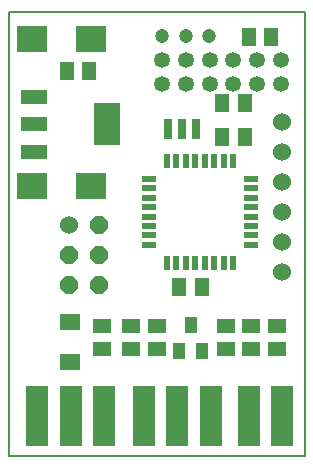
<source format=gts>
G75*
%MOIN*%
%OFA0B0*%
%FSLAX24Y24*%
%IPPOS*%
%LPD*%
%AMOC8*
5,1,8,0,0,1.08239X$1,22.5*
%
%ADD10C,0.0080*%
%ADD11R,0.0512X0.0591*%
%ADD12R,0.0276X0.0669*%
%ADD13R,0.0220X0.0500*%
%ADD14R,0.0500X0.0220*%
%ADD15C,0.0600*%
%ADD16R,0.0709X0.0551*%
%ADD17R,0.0591X0.0512*%
%ADD18R,0.1024X0.0866*%
%ADD19R,0.0394X0.0551*%
%ADD20R,0.0720X0.2000*%
%ADD21R,0.0880X0.0480*%
%ADD22R,0.0866X0.1417*%
%ADD23C,0.0472*%
%ADD24C,0.0531*%
%ADD25OC8,0.0600*%
D10*
X003400Y002400D02*
X013264Y002400D01*
X013264Y017194D01*
X003400Y017194D01*
X003400Y002400D01*
D11*
X009088Y008025D03*
X009837Y008025D03*
X010526Y013025D03*
X011274Y013025D03*
X011274Y014150D03*
X010526Y014150D03*
X011403Y016355D03*
X012151Y016355D03*
X006087Y015213D03*
X005338Y015213D03*
D12*
X008703Y013275D03*
X009175Y013275D03*
X009647Y013275D03*
D13*
X009618Y012215D03*
X009932Y012215D03*
X010247Y012215D03*
X010562Y012215D03*
X010877Y012215D03*
X009303Y012215D03*
X008988Y012215D03*
X008673Y012215D03*
X008673Y008835D03*
X008988Y008835D03*
X009303Y008835D03*
X009618Y008835D03*
X009932Y008835D03*
X010247Y008835D03*
X010562Y008835D03*
X010877Y008835D03*
D14*
X011465Y009423D03*
X011465Y009738D03*
X011465Y010053D03*
X011465Y010368D03*
X011465Y010682D03*
X011465Y010997D03*
X011465Y011312D03*
X011465Y011627D03*
X008085Y011627D03*
X008085Y011312D03*
X008085Y010997D03*
X008085Y010682D03*
X008085Y010368D03*
X008085Y010053D03*
X008085Y009738D03*
X008085Y009423D03*
D15*
X005400Y010088D03*
X012525Y010525D03*
X012525Y011525D03*
X012525Y012525D03*
X012525Y013525D03*
X012525Y009525D03*
X012525Y008525D03*
D16*
X005450Y006870D03*
X005450Y005531D03*
D17*
X006525Y005963D03*
X007463Y005963D03*
X007463Y006712D03*
X006525Y006712D03*
X008338Y006712D03*
X008338Y005963D03*
X010650Y005963D03*
X010650Y006712D03*
X011463Y006712D03*
X012338Y006712D03*
X012338Y005963D03*
X011463Y005963D03*
D18*
X006134Y011374D03*
X004166Y011374D03*
X004166Y016288D03*
X006135Y016288D03*
D19*
X009463Y006771D03*
X009837Y005904D03*
X009088Y005904D03*
D20*
X009025Y003713D03*
X007900Y003713D03*
X006588Y003713D03*
X005463Y003713D03*
X004338Y003713D03*
X010150Y003713D03*
X011400Y003713D03*
X012525Y003713D03*
D21*
X004243Y012534D03*
X004243Y013444D03*
X004243Y014354D03*
D22*
X006683Y013444D03*
D23*
X008517Y016381D03*
X009304Y016381D03*
X010091Y016381D03*
D24*
X010100Y015588D03*
X010887Y015588D03*
X011675Y015588D03*
X012462Y015588D03*
X012462Y014800D03*
X011675Y014800D03*
X010887Y014800D03*
X010100Y014800D03*
X009312Y014800D03*
X008525Y014800D03*
X008525Y015588D03*
X009312Y015588D03*
D25*
X006400Y010088D03*
X006400Y009088D03*
X005400Y009088D03*
X005400Y008088D03*
X006400Y008088D03*
M02*

</source>
